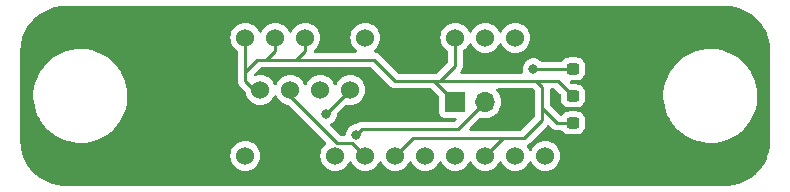
<source format=gbr>
%TF.GenerationSoftware,KiCad,Pcbnew,7.0.7*%
%TF.CreationDate,2023-10-30T23:16:01-05:00*%
%TF.ProjectId,CCD_Breakout,4343445f-4272-4656-916b-6f75742e6b69,rev?*%
%TF.SameCoordinates,Original*%
%TF.FileFunction,Copper,L2,Bot*%
%TF.FilePolarity,Positive*%
%FSLAX46Y46*%
G04 Gerber Fmt 4.6, Leading zero omitted, Abs format (unit mm)*
G04 Created by KiCad (PCBNEW 7.0.7) date 2023-10-30 23:16:01*
%MOMM*%
%LPD*%
G01*
G04 APERTURE LIST*
G04 Aperture macros list*
%AMRoundRect*
0 Rectangle with rounded corners*
0 $1 Rounding radius*
0 $2 $3 $4 $5 $6 $7 $8 $9 X,Y pos of 4 corners*
0 Add a 4 corners polygon primitive as box body*
4,1,4,$2,$3,$4,$5,$6,$7,$8,$9,$2,$3,0*
0 Add four circle primitives for the rounded corners*
1,1,$1+$1,$2,$3*
1,1,$1+$1,$4,$5*
1,1,$1+$1,$6,$7*
1,1,$1+$1,$8,$9*
0 Add four rect primitives between the rounded corners*
20,1,$1+$1,$2,$3,$4,$5,0*
20,1,$1+$1,$4,$5,$6,$7,0*
20,1,$1+$1,$6,$7,$8,$9,0*
20,1,$1+$1,$8,$9,$2,$3,0*%
G04 Aperture macros list end*
%TA.AperFunction,ComponentPad*%
%ADD10C,1.524000*%
%TD*%
%TA.AperFunction,SMDPad,CuDef*%
%ADD11RoundRect,0.237500X0.300000X0.237500X-0.300000X0.237500X-0.300000X-0.237500X0.300000X-0.237500X0*%
%TD*%
%TA.AperFunction,ComponentPad*%
%ADD12R,1.700000X1.700000*%
%TD*%
%TA.AperFunction,ComponentPad*%
%ADD13O,1.700000X1.700000*%
%TD*%
%TA.AperFunction,ViaPad*%
%ADD14C,0.800000*%
%TD*%
%TA.AperFunction,Conductor*%
%ADD15C,0.254000*%
%TD*%
G04 APERTURE END LIST*
D10*
%TO.P,U1,1,Vout*%
%TO.N,Vout*%
X55626000Y-32004000D03*
%TO.P,U1,2,GND*%
%TO.N,GND*%
X58166000Y-32004000D03*
%TO.P,U1,3,GND*%
X60706000Y-32004000D03*
%TO.P,U1,4,SHSW*%
%TO.N,SHSW*%
X63246000Y-32004000D03*
%TO.P,U1,5,\u00F8CLK*%
%TO.N,\u00F8CLK*%
X65786000Y-32004000D03*
%TO.P,U1,6,VDD*%
%TO.N,+5V*%
X68326000Y-32004000D03*
%TO.P,U1,7,NC*%
%TO.N,unconnected-(U1-NC-Pad7)*%
X70866000Y-32004000D03*
%TO.P,U1,8,NC*%
%TO.N,unconnected-(U1-NC-Pad8)*%
X73406000Y-32004000D03*
%TO.P,U1,9,VDD*%
%TO.N,+5V*%
X75946000Y-32004000D03*
%TO.P,U1,10,NC*%
%TO.N,unconnected-(U1-NC-Pad10)*%
X78486000Y-32004000D03*
%TO.P,U1,11,\u00F8ROG*%
%TO.N,\u00F8ROG*%
X81026000Y-32004000D03*
%TO.P,U1,12,GND*%
%TO.N,GND*%
X81026000Y-22004000D03*
%TO.P,U1,13,NC*%
%TO.N,unconnected-(U1-NC-Pad13)*%
X78486000Y-22004000D03*
%TO.P,U1,14,NC*%
%TO.N,unconnected-(U1-NC-Pad14)*%
X75946000Y-22004000D03*
%TO.P,U1,15,VDD*%
%TO.N,+5V*%
X73406000Y-22004000D03*
%TO.P,U1,16,GND*%
%TO.N,GND*%
X70866000Y-22004000D03*
%TO.P,U1,17,GND*%
X68326000Y-22004000D03*
%TO.P,U1,18,VGG*%
%TO.N,Net-(U1-VGG)*%
X65786000Y-22004000D03*
%TO.P,U1,19,GND*%
%TO.N,GND*%
X63246000Y-22004000D03*
%TO.P,U1,20,VDD*%
%TO.N,+5V*%
X60706000Y-22004000D03*
%TO.P,U1,21,VDD*%
X58166000Y-22004000D03*
%TO.P,U1,22,VDD*%
X55626000Y-22004000D03*
%TD*%
D11*
%TO.P,C3,1*%
%TO.N,GND*%
X85090000Y-26924000D03*
%TO.P,C3,2*%
%TO.N,+5V*%
X83365000Y-26924000D03*
%TD*%
%TO.P,C2,1*%
%TO.N,GND*%
X85090000Y-29210000D03*
%TO.P,C2,2*%
%TO.N,+5V*%
X83365000Y-29210000D03*
%TD*%
D10*
%TO.P,Conn1,1*%
%TO.N,+5V*%
X56896000Y-26416000D03*
%TO.P,Conn1,2*%
%TO.N,\u00F8CLK*%
X59436000Y-26416000D03*
%TO.P,Conn1,3*%
%TO.N,\u00F8ROG*%
X61976000Y-26416000D03*
%TO.P,Conn1,4*%
%TO.N,Vout*%
X64516000Y-26416000D03*
%TO.P,Conn1,5*%
%TO.N,GND*%
X67056000Y-26416000D03*
%TD*%
D11*
%TO.P,C1,1*%
%TO.N,GND*%
X85090000Y-24638000D03*
%TO.P,C1,2*%
%TO.N,Net-(U1-VGG)*%
X83365000Y-24638000D03*
%TD*%
D12*
%TO.P,J1,1,Pin_1*%
%TO.N,+5V*%
X73406000Y-27432000D03*
D13*
%TO.P,J1,2,Pin_2*%
%TO.N,SHSW*%
X75946000Y-27432000D03*
%TO.P,J1,3,Pin_3*%
%TO.N,GND*%
X78486000Y-27432000D03*
%TD*%
D14*
%TO.N,Net-(U1-VGG)*%
X80010000Y-24638000D03*
%TO.N,SHSW*%
X65024000Y-30226000D03*
%TO.N,Vout*%
X62484000Y-28448000D03*
%TD*%
D15*
%TO.N,Net-(U1-VGG)*%
X83365000Y-24638000D02*
X80010000Y-24638000D01*
%TO.N,+5V*%
X80772000Y-26162000D02*
X80772000Y-27940000D01*
X80772000Y-27940000D02*
X80772000Y-28956000D01*
X80264000Y-25654000D02*
X80772000Y-26162000D01*
X58166000Y-22004000D02*
X58166000Y-23114000D01*
X75946000Y-32004000D02*
X77470000Y-30480000D01*
X57404000Y-23876000D02*
X59944000Y-23876000D01*
X60706000Y-23114000D02*
X59944000Y-23876000D01*
X73406000Y-27432000D02*
X71628000Y-25654000D01*
X80264000Y-25654000D02*
X82095000Y-25654000D01*
X77470000Y-30480000D02*
X69850000Y-30480000D01*
X79248000Y-30480000D02*
X77470000Y-30480000D01*
X55626000Y-24892000D02*
X56642000Y-23876000D01*
X73406000Y-24384000D02*
X72136000Y-25654000D01*
X82095000Y-25654000D02*
X83365000Y-26924000D01*
X80772000Y-28956000D02*
X79248000Y-30480000D01*
X82042000Y-29210000D02*
X83365000Y-29210000D01*
X68326000Y-25654000D02*
X71628000Y-25654000D01*
X56642000Y-23876000D02*
X57404000Y-23876000D01*
X58166000Y-23114000D02*
X57404000Y-23876000D01*
X55626000Y-24892000D02*
X55626000Y-25654000D01*
X80772000Y-27940000D02*
X82042000Y-29210000D01*
X55626000Y-22004000D02*
X55626000Y-24892000D01*
X66548000Y-23876000D02*
X68326000Y-25654000D01*
X73406000Y-22004000D02*
X73406000Y-24384000D01*
X69850000Y-30480000D02*
X68326000Y-32004000D01*
X60706000Y-22004000D02*
X60706000Y-23114000D01*
X55626000Y-25654000D02*
X56896000Y-26924000D01*
X59944000Y-23876000D02*
X66548000Y-23876000D01*
X72136000Y-25654000D02*
X80264000Y-25654000D01*
X71628000Y-25654000D02*
X72136000Y-25654000D01*
%TO.N,SHSW*%
X65024000Y-30226000D02*
X65532000Y-29718000D01*
X73660000Y-29718000D02*
X75946000Y-27432000D01*
X65532000Y-29718000D02*
X73660000Y-29718000D01*
%TO.N,Vout*%
X62484000Y-28448000D02*
X64516000Y-26416000D01*
%TO.N,\u00F8CLK*%
X63429000Y-30917000D02*
X64699000Y-30917000D01*
X64699000Y-30917000D02*
X65786000Y-32004000D01*
X59436000Y-26924000D02*
X63429000Y-30917000D01*
%TD*%
%TA.AperFunction,Conductor*%
%TO.N,GND*%
G36*
X57336681Y-24505227D02*
G01*
X57336708Y-24504946D01*
X57344475Y-24505680D01*
X57344476Y-24505679D01*
X57344477Y-24505680D01*
X57413860Y-24503500D01*
X59861033Y-24503500D01*
X59876681Y-24505227D01*
X59876708Y-24504946D01*
X59884475Y-24505680D01*
X59884476Y-24505679D01*
X59884477Y-24505680D01*
X59953860Y-24503500D01*
X66236719Y-24503500D01*
X66303758Y-24523185D01*
X66324400Y-24539819D01*
X67823624Y-26039043D01*
X67833471Y-26051333D01*
X67833689Y-26051154D01*
X67838657Y-26057160D01*
X67889257Y-26104677D01*
X67910201Y-26125620D01*
X67910207Y-26125626D01*
X67915697Y-26129883D01*
X67920148Y-26133684D01*
X67954235Y-26165695D01*
X67954237Y-26165696D01*
X67971867Y-26175387D01*
X67988135Y-26186072D01*
X68004038Y-26198408D01*
X68046945Y-26216975D01*
X68052181Y-26219539D01*
X68076867Y-26233111D01*
X68093158Y-26242068D01*
X68093160Y-26242069D01*
X68093166Y-26242072D01*
X68112240Y-26246969D01*
X68112660Y-26247077D01*
X68131064Y-26253377D01*
X68149542Y-26261374D01*
X68193038Y-26268262D01*
X68195724Y-26268688D01*
X68201429Y-26269869D01*
X68246728Y-26281500D01*
X68266858Y-26281500D01*
X68286257Y-26283027D01*
X68306133Y-26286175D01*
X68348779Y-26282143D01*
X68352679Y-26281775D01*
X68358517Y-26281500D01*
X71316719Y-26281500D01*
X71383758Y-26301185D01*
X71404400Y-26317819D01*
X72019181Y-26932600D01*
X72052666Y-26993923D01*
X72055500Y-27020281D01*
X72055500Y-28329870D01*
X72055501Y-28329876D01*
X72061908Y-28389483D01*
X72112202Y-28524328D01*
X72112206Y-28524335D01*
X72198452Y-28639544D01*
X72198455Y-28639547D01*
X72313664Y-28725793D01*
X72313671Y-28725797D01*
X72448517Y-28776091D01*
X72448516Y-28776091D01*
X72455444Y-28776835D01*
X72508127Y-28782500D01*
X73408719Y-28782499D01*
X73475758Y-28802183D01*
X73521513Y-28854987D01*
X73531457Y-28924146D01*
X73502432Y-28987702D01*
X73496405Y-28994175D01*
X73436398Y-29054182D01*
X73375078Y-29087666D01*
X73348719Y-29090500D01*
X65614966Y-29090500D01*
X65599318Y-29088772D01*
X65599292Y-29089054D01*
X65591524Y-29088319D01*
X65522154Y-29090500D01*
X65492521Y-29090500D01*
X65485607Y-29091373D01*
X65479790Y-29091830D01*
X65433058Y-29093299D01*
X65433054Y-29093300D01*
X65413722Y-29098916D01*
X65394682Y-29102859D01*
X65374708Y-29105383D01*
X65374701Y-29105385D01*
X65331239Y-29122592D01*
X65325712Y-29124485D01*
X65280809Y-29137531D01*
X65280808Y-29137531D01*
X65263474Y-29147782D01*
X65246012Y-29156336D01*
X65227300Y-29163745D01*
X65227295Y-29163748D01*
X65189473Y-29191226D01*
X65184591Y-29194433D01*
X65144341Y-29218238D01*
X65130107Y-29232472D01*
X65115318Y-29245104D01*
X65099031Y-29256937D01*
X65099031Y-29256938D01*
X65079505Y-29280541D01*
X65021605Y-29319648D01*
X64983962Y-29325500D01*
X64929354Y-29325500D01*
X64896897Y-29332398D01*
X64744197Y-29364855D01*
X64744192Y-29364857D01*
X64571270Y-29441848D01*
X64571265Y-29441851D01*
X64418129Y-29553111D01*
X64291466Y-29693785D01*
X64196821Y-29857715D01*
X64196818Y-29857722D01*
X64138327Y-30037740D01*
X64138326Y-30037744D01*
X64123536Y-30178462D01*
X64096953Y-30243076D01*
X64039655Y-30283061D01*
X64000216Y-30289500D01*
X63740281Y-30289500D01*
X63673242Y-30269815D01*
X63652600Y-30253181D01*
X62853156Y-29453737D01*
X62819671Y-29392414D01*
X62824655Y-29322722D01*
X62866527Y-29266789D01*
X62890393Y-29252781D01*
X62936730Y-29232151D01*
X63089871Y-29120888D01*
X63216533Y-28980216D01*
X63311179Y-28816284D01*
X63369674Y-28636256D01*
X63386989Y-28471505D01*
X63413572Y-28406894D01*
X63422619Y-28396798D01*
X64134435Y-27684982D01*
X64195756Y-27651499D01*
X64254207Y-27652890D01*
X64269635Y-27657023D01*
X64295932Y-27664070D01*
X64453123Y-27677822D01*
X64515998Y-27683323D01*
X64516000Y-27683323D01*
X64516002Y-27683323D01*
X64571017Y-27678509D01*
X64736068Y-27664070D01*
X64949450Y-27606894D01*
X65149662Y-27513534D01*
X65330620Y-27386826D01*
X65486826Y-27230620D01*
X65613534Y-27049662D01*
X65706894Y-26849450D01*
X65764070Y-26636068D01*
X65781936Y-26431858D01*
X65783323Y-26416002D01*
X65783323Y-26415997D01*
X65771965Y-26286174D01*
X65764070Y-26195932D01*
X65706894Y-25982550D01*
X65613534Y-25782339D01*
X65495533Y-25613815D01*
X65486827Y-25601381D01*
X65434352Y-25548906D01*
X65330620Y-25445174D01*
X65330616Y-25445171D01*
X65330615Y-25445170D01*
X65149666Y-25318468D01*
X65149662Y-25318466D01*
X65083542Y-25287634D01*
X64949450Y-25225106D01*
X64949447Y-25225105D01*
X64949445Y-25225104D01*
X64736070Y-25167930D01*
X64736062Y-25167929D01*
X64516002Y-25148677D01*
X64515998Y-25148677D01*
X64295937Y-25167929D01*
X64295929Y-25167930D01*
X64082554Y-25225104D01*
X64082548Y-25225107D01*
X63882340Y-25318465D01*
X63882338Y-25318466D01*
X63701377Y-25445175D01*
X63545175Y-25601377D01*
X63418466Y-25782338D01*
X63418465Y-25782340D01*
X63358382Y-25911189D01*
X63312209Y-25963628D01*
X63245016Y-25982780D01*
X63178135Y-25962564D01*
X63133618Y-25911189D01*
X63087035Y-25811293D01*
X63073534Y-25782339D01*
X62955533Y-25613815D01*
X62946827Y-25601381D01*
X62894352Y-25548906D01*
X62790620Y-25445174D01*
X62790616Y-25445171D01*
X62790615Y-25445170D01*
X62609666Y-25318468D01*
X62609662Y-25318466D01*
X62543542Y-25287634D01*
X62409450Y-25225106D01*
X62409447Y-25225105D01*
X62409445Y-25225104D01*
X62196070Y-25167930D01*
X62196062Y-25167929D01*
X61976002Y-25148677D01*
X61975998Y-25148677D01*
X61755937Y-25167929D01*
X61755929Y-25167930D01*
X61542554Y-25225104D01*
X61542548Y-25225107D01*
X61342340Y-25318465D01*
X61342338Y-25318466D01*
X61161377Y-25445175D01*
X61005175Y-25601377D01*
X60878466Y-25782338D01*
X60878465Y-25782340D01*
X60818382Y-25911189D01*
X60772209Y-25963628D01*
X60705016Y-25982780D01*
X60638135Y-25962564D01*
X60593618Y-25911189D01*
X60547035Y-25811293D01*
X60533534Y-25782339D01*
X60415533Y-25613815D01*
X60406827Y-25601381D01*
X60354352Y-25548906D01*
X60250620Y-25445174D01*
X60250616Y-25445171D01*
X60250615Y-25445170D01*
X60069666Y-25318468D01*
X60069662Y-25318466D01*
X60003542Y-25287634D01*
X59869450Y-25225106D01*
X59869447Y-25225105D01*
X59869445Y-25225104D01*
X59656070Y-25167930D01*
X59656062Y-25167929D01*
X59436002Y-25148677D01*
X59435998Y-25148677D01*
X59215937Y-25167929D01*
X59215929Y-25167930D01*
X59002554Y-25225104D01*
X59002548Y-25225107D01*
X58802340Y-25318465D01*
X58802338Y-25318466D01*
X58621377Y-25445175D01*
X58465175Y-25601377D01*
X58338466Y-25782338D01*
X58338465Y-25782340D01*
X58278382Y-25911189D01*
X58232209Y-25963628D01*
X58165016Y-25982780D01*
X58098135Y-25962564D01*
X58053618Y-25911189D01*
X58007035Y-25811293D01*
X57993534Y-25782339D01*
X57875533Y-25613815D01*
X57866827Y-25601381D01*
X57814352Y-25548906D01*
X57710620Y-25445174D01*
X57710616Y-25445171D01*
X57710615Y-25445170D01*
X57529666Y-25318468D01*
X57529662Y-25318466D01*
X57463542Y-25287634D01*
X57329450Y-25225106D01*
X57329447Y-25225105D01*
X57329445Y-25225104D01*
X57116070Y-25167930D01*
X57116062Y-25167929D01*
X56896002Y-25148677D01*
X56895998Y-25148677D01*
X56675937Y-25167929D01*
X56675926Y-25167931D01*
X56524012Y-25208636D01*
X56454162Y-25206973D01*
X56396300Y-25167810D01*
X56368796Y-25103581D01*
X56380383Y-25034679D01*
X56404235Y-25001183D01*
X56865599Y-24539818D01*
X56926923Y-24506334D01*
X56953281Y-24503500D01*
X57321033Y-24503500D01*
X57336681Y-24505227D01*
G37*
%TD.AperFunction*%
%TA.AperFunction,Conductor*%
G36*
X80019757Y-26301185D02*
G01*
X80040399Y-26317818D01*
X80108181Y-26385599D01*
X80141666Y-26446922D01*
X80144500Y-26473281D01*
X80144500Y-27857032D01*
X80142772Y-27872681D01*
X80143054Y-27872708D01*
X80142319Y-27880475D01*
X80144500Y-27949859D01*
X80144500Y-28644719D01*
X80124815Y-28711758D01*
X80108181Y-28732400D01*
X79024400Y-29816181D01*
X78963077Y-29849666D01*
X78936719Y-29852500D01*
X77552965Y-29852500D01*
X77537314Y-29850772D01*
X77537288Y-29851054D01*
X77529525Y-29850319D01*
X77460154Y-29852500D01*
X74712281Y-29852500D01*
X74645242Y-29832815D01*
X74599487Y-29780011D01*
X74589543Y-29710853D01*
X74618568Y-29647297D01*
X74624600Y-29640819D01*
X74841322Y-29424097D01*
X75492584Y-28772833D01*
X75553905Y-28739350D01*
X75612356Y-28740741D01*
X75654107Y-28751928D01*
X75710592Y-28767063D01*
X75887034Y-28782500D01*
X75945999Y-28787659D01*
X75946000Y-28787659D01*
X75946001Y-28787659D01*
X76004966Y-28782500D01*
X76181408Y-28767063D01*
X76409663Y-28705903D01*
X76623830Y-28606035D01*
X76817401Y-28470495D01*
X76984495Y-28303401D01*
X77120035Y-28109830D01*
X77219903Y-27895663D01*
X77281063Y-27667408D01*
X77301659Y-27432000D01*
X77300497Y-27418724D01*
X77297539Y-27384918D01*
X77281063Y-27196592D01*
X77219903Y-26968337D01*
X77120035Y-26754171D01*
X77114974Y-26746942D01*
X76984494Y-26560597D01*
X76917078Y-26493181D01*
X76883593Y-26431858D01*
X76888577Y-26362166D01*
X76930449Y-26306233D01*
X76995913Y-26281816D01*
X77004759Y-26281500D01*
X79952718Y-26281500D01*
X80019757Y-26301185D01*
G37*
%TD.AperFunction*%
%TA.AperFunction,Conductor*%
G36*
X96214139Y-19304501D02*
G01*
X96264470Y-19304501D01*
X96267512Y-19304576D01*
X96357439Y-19308993D01*
X96418505Y-19311993D01*
X96644018Y-19323811D01*
X96649836Y-19324393D01*
X96829435Y-19351034D01*
X97026128Y-19382187D01*
X97031436Y-19383269D01*
X97212900Y-19428724D01*
X97354614Y-19466697D01*
X97400274Y-19478932D01*
X97405116Y-19480444D01*
X97405122Y-19480446D01*
X97583454Y-19544254D01*
X97762735Y-19613074D01*
X97767000Y-19614899D01*
X97767011Y-19614904D01*
X97939387Y-19696432D01*
X98109704Y-19783213D01*
X98113404Y-19785261D01*
X98207542Y-19841685D01*
X98277693Y-19883732D01*
X98437633Y-19987598D01*
X98440799Y-19989797D01*
X98595089Y-20104226D01*
X98595103Y-20104237D01*
X98743227Y-20224185D01*
X98745832Y-20226418D01*
X98887294Y-20354631D01*
X98889498Y-20356730D01*
X99023268Y-20490500D01*
X99025367Y-20492704D01*
X99153580Y-20634166D01*
X99155819Y-20636778D01*
X99185438Y-20673355D01*
X99275773Y-20784910D01*
X99390201Y-20939199D01*
X99392400Y-20942365D01*
X99496267Y-21102306D01*
X99594728Y-21266578D01*
X99596792Y-21270306D01*
X99683566Y-21440610D01*
X99765096Y-21612991D01*
X99766932Y-21617282D01*
X99835755Y-21796572D01*
X99899554Y-21974882D01*
X99901066Y-21979724D01*
X99951282Y-22167126D01*
X99996722Y-22348532D01*
X99997817Y-22353900D01*
X100028965Y-22550561D01*
X100055602Y-22730141D01*
X100056188Y-22735996D01*
X100068007Y-22961511D01*
X100075424Y-23112488D01*
X100075499Y-23115531D01*
X100075499Y-30732468D01*
X100075424Y-30735511D01*
X100068007Y-30886488D01*
X100056188Y-31112002D01*
X100055602Y-31117857D01*
X100028965Y-31297438D01*
X99997817Y-31494098D01*
X99996722Y-31499466D01*
X99951282Y-31680873D01*
X99901066Y-31868274D01*
X99899554Y-31873116D01*
X99835755Y-32051427D01*
X99766931Y-32230716D01*
X99765096Y-32235006D01*
X99683566Y-32407389D01*
X99596791Y-32577692D01*
X99594728Y-32581420D01*
X99496267Y-32745693D01*
X99392400Y-32905633D01*
X99390201Y-32908799D01*
X99275773Y-33063089D01*
X99155825Y-33211213D01*
X99153580Y-33213832D01*
X99025367Y-33355294D01*
X99023268Y-33357498D01*
X98889498Y-33491268D01*
X98887294Y-33493367D01*
X98745832Y-33621580D01*
X98743213Y-33623825D01*
X98595089Y-33743773D01*
X98440799Y-33858201D01*
X98437633Y-33860400D01*
X98277693Y-33964267D01*
X98113420Y-34062728D01*
X98109692Y-34064791D01*
X97939389Y-34151566D01*
X97767006Y-34233096D01*
X97762716Y-34234931D01*
X97583427Y-34303755D01*
X97405116Y-34367554D01*
X97400274Y-34369066D01*
X97212873Y-34419282D01*
X97031466Y-34464722D01*
X97026098Y-34465817D01*
X96829438Y-34496965D01*
X96649857Y-34523602D01*
X96644002Y-34524188D01*
X96418488Y-34536007D01*
X96267512Y-34543424D01*
X96264469Y-34543499D01*
X40387531Y-34543499D01*
X40384488Y-34543424D01*
X40233511Y-34536007D01*
X40007996Y-34524188D01*
X40002141Y-34523602D01*
X39822561Y-34496965D01*
X39625900Y-34465817D01*
X39620532Y-34464722D01*
X39439126Y-34419282D01*
X39251724Y-34369066D01*
X39246882Y-34367554D01*
X39068572Y-34303755D01*
X38889282Y-34234932D01*
X38884991Y-34233096D01*
X38712610Y-34151566D01*
X38542306Y-34064792D01*
X38538578Y-34062728D01*
X38374306Y-33964267D01*
X38214365Y-33860400D01*
X38211199Y-33858201D01*
X38056910Y-33743773D01*
X37908785Y-33623825D01*
X37906166Y-33621580D01*
X37764704Y-33493367D01*
X37762500Y-33491268D01*
X37628730Y-33357498D01*
X37626631Y-33355294D01*
X37498418Y-33213832D01*
X37496185Y-33211227D01*
X37407355Y-33101531D01*
X37376226Y-33063089D01*
X37261797Y-32908799D01*
X37259598Y-32905633D01*
X37155732Y-32745693D01*
X37140413Y-32720135D01*
X37057261Y-32581404D01*
X37055213Y-32577704D01*
X36968433Y-32407389D01*
X36886902Y-32235007D01*
X36885074Y-32230735D01*
X36816244Y-32051427D01*
X36799275Y-32004002D01*
X54358677Y-32004002D01*
X54377929Y-32224062D01*
X54377930Y-32224070D01*
X54435104Y-32437445D01*
X54435105Y-32437447D01*
X54435106Y-32437450D01*
X54500502Y-32577692D01*
X54528466Y-32637662D01*
X54528468Y-32637666D01*
X54655170Y-32818615D01*
X54655175Y-32818621D01*
X54811378Y-32974824D01*
X54811384Y-32974829D01*
X54992333Y-33101531D01*
X54992335Y-33101532D01*
X54992338Y-33101534D01*
X55192550Y-33194894D01*
X55405932Y-33252070D01*
X55563123Y-33265822D01*
X55625998Y-33271323D01*
X55626000Y-33271323D01*
X55626002Y-33271323D01*
X55681016Y-33266509D01*
X55846068Y-33252070D01*
X56059450Y-33194894D01*
X56259662Y-33101534D01*
X56440620Y-32974826D01*
X56596826Y-32818620D01*
X56723534Y-32637662D01*
X56816894Y-32437450D01*
X56874070Y-32224068D01*
X56889175Y-32051415D01*
X56893323Y-32004002D01*
X56893323Y-32003997D01*
X56874070Y-31783937D01*
X56874070Y-31783932D01*
X56816894Y-31570550D01*
X56723534Y-31370339D01*
X56638675Y-31249147D01*
X56596827Y-31189381D01*
X56519448Y-31112002D01*
X56440620Y-31033174D01*
X56440616Y-31033171D01*
X56440615Y-31033170D01*
X56259666Y-30906468D01*
X56259662Y-30906466D01*
X56216557Y-30886366D01*
X56059450Y-30813106D01*
X56059447Y-30813105D01*
X56059445Y-30813104D01*
X55846070Y-30755930D01*
X55846062Y-30755929D01*
X55626002Y-30736677D01*
X55625998Y-30736677D01*
X55405937Y-30755929D01*
X55405929Y-30755930D01*
X55192554Y-30813104D01*
X55192548Y-30813107D01*
X54992340Y-30906465D01*
X54992338Y-30906466D01*
X54811377Y-31033175D01*
X54655175Y-31189377D01*
X54528466Y-31370338D01*
X54528465Y-31370340D01*
X54435107Y-31570548D01*
X54435104Y-31570554D01*
X54377930Y-31783929D01*
X54377929Y-31783937D01*
X54358677Y-32003997D01*
X54358677Y-32004002D01*
X36799275Y-32004002D01*
X36752444Y-31873116D01*
X36750932Y-31868274D01*
X36738697Y-31822614D01*
X36700724Y-31680900D01*
X36655269Y-31499436D01*
X36654187Y-31494128D01*
X36623034Y-31297435D01*
X36596393Y-31117836D01*
X36595811Y-31112018D01*
X36583986Y-30886366D01*
X36583814Y-30882875D01*
X36576574Y-30735497D01*
X36576500Y-30732510D01*
X36576500Y-27023187D01*
X37678590Y-27023187D01*
X37708230Y-27418711D01*
X37708231Y-27418724D01*
X37777108Y-27809339D01*
X37884530Y-28191137D01*
X37884534Y-28191151D01*
X38029435Y-28560353D01*
X38029440Y-28560365D01*
X38210386Y-28913314D01*
X38210397Y-28913333D01*
X38216850Y-28923324D01*
X38425586Y-29246509D01*
X38670093Y-29553112D01*
X38672895Y-29556625D01*
X38949823Y-29840544D01*
X38949833Y-29840554D01*
X39253676Y-30095508D01*
X39581394Y-30318942D01*
X39929730Y-30508636D01*
X40295223Y-30662704D01*
X40295232Y-30662706D01*
X40295238Y-30662709D01*
X40674235Y-30779614D01*
X40674248Y-30779617D01*
X41062999Y-30858205D01*
X41063014Y-30858208D01*
X41401300Y-30892058D01*
X41457680Y-30897700D01*
X41457681Y-30897700D01*
X41755103Y-30897700D01*
X41982197Y-30886366D01*
X42052145Y-30882875D01*
X42444353Y-30823759D01*
X42828726Y-30725886D01*
X43201445Y-30590228D01*
X43558803Y-30418133D01*
X43565148Y-30414256D01*
X43897246Y-30211315D01*
X43897245Y-30211315D01*
X43897251Y-30211312D01*
X44213424Y-29971820D01*
X44504181Y-29702037D01*
X44766631Y-29404645D01*
X44998166Y-29082600D01*
X45196485Y-28739101D01*
X45359617Y-28377563D01*
X45485941Y-28001578D01*
X45574201Y-27614885D01*
X45623521Y-27221325D01*
X45628462Y-27023173D01*
X45633409Y-26824826D01*
X45633409Y-26824810D01*
X45626836Y-26737100D01*
X45603769Y-26429280D01*
X45534893Y-26038668D01*
X45527697Y-26013093D01*
X45454502Y-25752942D01*
X45427467Y-25656854D01*
X45420158Y-25638232D01*
X45282564Y-25287646D01*
X45282559Y-25287634D01*
X45221191Y-25167931D01*
X45101609Y-24934677D01*
X44886414Y-24601491D01*
X44639114Y-24291386D01*
X44639111Y-24291383D01*
X44639104Y-24291374D01*
X44362176Y-24007455D01*
X44362173Y-24007452D01*
X44362172Y-24007451D01*
X44362167Y-24007446D01*
X44058324Y-23752492D01*
X43926330Y-23662500D01*
X43730605Y-23529057D01*
X43614494Y-23465826D01*
X43382270Y-23339364D01*
X43382262Y-23339360D01*
X43382259Y-23339359D01*
X43016777Y-23185296D01*
X43016761Y-23185290D01*
X42637764Y-23068385D01*
X42637751Y-23068382D01*
X42249000Y-22989794D01*
X42248979Y-22989791D01*
X41854320Y-22950300D01*
X41854319Y-22950300D01*
X41556899Y-22950300D01*
X41556897Y-22950300D01*
X41259855Y-22965124D01*
X40867647Y-23024241D01*
X40483272Y-23122114D01*
X40110549Y-23257774D01*
X39753191Y-23429869D01*
X39414753Y-23636684D01*
X39414742Y-23636692D01*
X39098575Y-23876180D01*
X39098572Y-23876182D01*
X38807813Y-24145968D01*
X38545365Y-24443359D01*
X38313839Y-24765393D01*
X38313826Y-24765413D01*
X38115516Y-25108896D01*
X37952382Y-25470437D01*
X37826059Y-25846419D01*
X37737799Y-26233111D01*
X37688478Y-26626681D01*
X37678590Y-27023173D01*
X37678590Y-27023187D01*
X36576500Y-27023187D01*
X36576500Y-23115526D01*
X36576575Y-23112485D01*
X36583985Y-22961636D01*
X36591480Y-22818621D01*
X36595812Y-22735960D01*
X36596392Y-22730162D01*
X36623020Y-22550647D01*
X36637784Y-22457435D01*
X36654190Y-22353852D01*
X36655269Y-22348559D01*
X36700717Y-22167126D01*
X36744426Y-22004002D01*
X54358677Y-22004002D01*
X54377929Y-22224062D01*
X54377930Y-22224070D01*
X54435104Y-22437445D01*
X54435105Y-22437447D01*
X54435106Y-22437450D01*
X54489552Y-22554210D01*
X54528466Y-22637662D01*
X54528468Y-22637666D01*
X54600547Y-22740605D01*
X54655174Y-22818620D01*
X54811380Y-22974826D01*
X54811382Y-22974827D01*
X54811384Y-22974829D01*
X54836988Y-22992757D01*
X54945624Y-23068824D01*
X54989248Y-23123399D01*
X54998500Y-23170398D01*
X54998500Y-24832858D01*
X54996973Y-24852257D01*
X54993951Y-24871340D01*
X54993825Y-24872133D01*
X54998225Y-24918677D01*
X54998500Y-24924515D01*
X54998500Y-25571032D01*
X54996772Y-25586681D01*
X54997054Y-25586708D01*
X54996319Y-25594475D01*
X54998500Y-25663859D01*
X54998500Y-25693477D01*
X54999371Y-25700380D01*
X54999829Y-25706199D01*
X55001298Y-25752942D01*
X55006916Y-25772275D01*
X55010862Y-25791329D01*
X55013383Y-25811287D01*
X55013386Y-25811299D01*
X55030595Y-25854765D01*
X55032487Y-25860293D01*
X55045530Y-25905187D01*
X55045530Y-25905188D01*
X55055777Y-25922515D01*
X55064335Y-25939985D01*
X55071745Y-25958701D01*
X55099229Y-25996529D01*
X55102437Y-26001413D01*
X55126234Y-26041652D01*
X55126240Y-26041660D01*
X55140469Y-26055888D01*
X55153109Y-26070687D01*
X55164934Y-26086964D01*
X55164936Y-26086965D01*
X55164937Y-26086967D01*
X55185117Y-26103661D01*
X55200957Y-26116765D01*
X55205268Y-26120687D01*
X55423042Y-26338461D01*
X55609044Y-26524463D01*
X55642529Y-26585786D01*
X55644891Y-26601335D01*
X55647929Y-26636063D01*
X55647930Y-26636070D01*
X55705104Y-26849445D01*
X55705105Y-26849447D01*
X55705106Y-26849450D01*
X55786114Y-27023173D01*
X55798466Y-27049662D01*
X55798468Y-27049666D01*
X55925170Y-27230615D01*
X55925175Y-27230621D01*
X56081378Y-27386824D01*
X56081384Y-27386829D01*
X56262333Y-27513531D01*
X56262335Y-27513532D01*
X56262338Y-27513534D01*
X56462550Y-27606894D01*
X56675932Y-27664070D01*
X56833123Y-27677822D01*
X56895998Y-27683323D01*
X56896000Y-27683323D01*
X56896002Y-27683323D01*
X56951017Y-27678509D01*
X57116068Y-27664070D01*
X57329450Y-27606894D01*
X57529662Y-27513534D01*
X57710620Y-27386826D01*
X57866826Y-27230620D01*
X57993534Y-27049662D01*
X58053617Y-26920811D01*
X58099790Y-26868371D01*
X58166983Y-26849219D01*
X58233865Y-26869435D01*
X58278382Y-26920811D01*
X58338464Y-27049658D01*
X58338468Y-27049666D01*
X58465170Y-27230615D01*
X58465175Y-27230621D01*
X58621378Y-27386824D01*
X58621384Y-27386829D01*
X58802333Y-27513531D01*
X58802335Y-27513532D01*
X58802338Y-27513534D01*
X59002550Y-27606894D01*
X59215932Y-27664070D01*
X59250660Y-27667107D01*
X59315727Y-27692557D01*
X59327535Y-27702954D01*
X62460031Y-30835450D01*
X62493516Y-30896773D01*
X62488532Y-30966465D01*
X62446660Y-31022398D01*
X62443475Y-31024705D01*
X62431382Y-31033172D01*
X62275172Y-31189381D01*
X62148466Y-31370338D01*
X62148465Y-31370340D01*
X62055107Y-31570548D01*
X62055104Y-31570554D01*
X61997930Y-31783929D01*
X61997929Y-31783937D01*
X61978677Y-32003997D01*
X61978677Y-32004002D01*
X61997929Y-32224062D01*
X61997930Y-32224070D01*
X62055104Y-32437445D01*
X62055105Y-32437447D01*
X62055106Y-32437450D01*
X62120502Y-32577692D01*
X62148466Y-32637662D01*
X62148468Y-32637666D01*
X62275170Y-32818615D01*
X62275175Y-32818621D01*
X62431378Y-32974824D01*
X62431384Y-32974829D01*
X62612333Y-33101531D01*
X62612335Y-33101532D01*
X62612338Y-33101534D01*
X62812550Y-33194894D01*
X63025932Y-33252070D01*
X63183123Y-33265822D01*
X63245998Y-33271323D01*
X63246000Y-33271323D01*
X63246002Y-33271323D01*
X63301016Y-33266509D01*
X63466068Y-33252070D01*
X63679450Y-33194894D01*
X63879662Y-33101534D01*
X64060620Y-32974826D01*
X64216826Y-32818620D01*
X64343534Y-32637662D01*
X64403617Y-32508811D01*
X64449790Y-32456371D01*
X64516983Y-32437219D01*
X64583865Y-32457435D01*
X64628382Y-32508811D01*
X64688464Y-32637658D01*
X64688468Y-32637666D01*
X64815170Y-32818615D01*
X64815175Y-32818621D01*
X64971378Y-32974824D01*
X64971384Y-32974829D01*
X65152333Y-33101531D01*
X65152335Y-33101532D01*
X65152338Y-33101534D01*
X65352550Y-33194894D01*
X65565932Y-33252070D01*
X65723123Y-33265822D01*
X65785998Y-33271323D01*
X65786000Y-33271323D01*
X65786002Y-33271323D01*
X65841016Y-33266509D01*
X66006068Y-33252070D01*
X66219450Y-33194894D01*
X66419662Y-33101534D01*
X66600620Y-32974826D01*
X66756826Y-32818620D01*
X66883534Y-32637662D01*
X66943617Y-32508811D01*
X66989790Y-32456371D01*
X67056983Y-32437219D01*
X67123865Y-32457435D01*
X67168382Y-32508811D01*
X67228464Y-32637658D01*
X67228468Y-32637666D01*
X67355170Y-32818615D01*
X67355175Y-32818621D01*
X67511378Y-32974824D01*
X67511384Y-32974829D01*
X67692333Y-33101531D01*
X67692335Y-33101532D01*
X67692338Y-33101534D01*
X67892550Y-33194894D01*
X68105932Y-33252070D01*
X68263123Y-33265822D01*
X68325998Y-33271323D01*
X68326000Y-33271323D01*
X68326002Y-33271323D01*
X68381016Y-33266509D01*
X68546068Y-33252070D01*
X68759450Y-33194894D01*
X68959662Y-33101534D01*
X69140620Y-32974826D01*
X69296826Y-32818620D01*
X69423534Y-32637662D01*
X69483617Y-32508811D01*
X69529790Y-32456371D01*
X69596983Y-32437219D01*
X69663865Y-32457435D01*
X69708382Y-32508811D01*
X69768464Y-32637658D01*
X69768468Y-32637666D01*
X69895170Y-32818615D01*
X69895175Y-32818621D01*
X70051378Y-32974824D01*
X70051384Y-32974829D01*
X70232333Y-33101531D01*
X70232335Y-33101532D01*
X70232338Y-33101534D01*
X70432550Y-33194894D01*
X70645932Y-33252070D01*
X70803123Y-33265822D01*
X70865998Y-33271323D01*
X70866000Y-33271323D01*
X70866002Y-33271323D01*
X70921016Y-33266509D01*
X71086068Y-33252070D01*
X71299450Y-33194894D01*
X71499662Y-33101534D01*
X71680620Y-32974826D01*
X71836826Y-32818620D01*
X71963534Y-32637662D01*
X72023617Y-32508811D01*
X72069790Y-32456371D01*
X72136983Y-32437219D01*
X72203865Y-32457435D01*
X72248382Y-32508811D01*
X72308464Y-32637658D01*
X72308468Y-32637666D01*
X72435170Y-32818615D01*
X72435175Y-32818621D01*
X72591378Y-32974824D01*
X72591384Y-32974829D01*
X72772333Y-33101531D01*
X72772335Y-33101532D01*
X72772338Y-33101534D01*
X72972550Y-33194894D01*
X73185932Y-33252070D01*
X73343123Y-33265822D01*
X73405998Y-33271323D01*
X73406000Y-33271323D01*
X73406002Y-33271323D01*
X73461016Y-33266509D01*
X73626068Y-33252070D01*
X73839450Y-33194894D01*
X74039662Y-33101534D01*
X74220620Y-32974826D01*
X74376826Y-32818620D01*
X74503534Y-32637662D01*
X74563617Y-32508811D01*
X74609790Y-32456371D01*
X74676983Y-32437219D01*
X74743865Y-32457435D01*
X74788382Y-32508811D01*
X74848464Y-32637658D01*
X74848468Y-32637666D01*
X74975170Y-32818615D01*
X74975175Y-32818621D01*
X75131378Y-32974824D01*
X75131384Y-32974829D01*
X75312333Y-33101531D01*
X75312335Y-33101532D01*
X75312338Y-33101534D01*
X75512550Y-33194894D01*
X75725932Y-33252070D01*
X75883123Y-33265822D01*
X75945998Y-33271323D01*
X75946000Y-33271323D01*
X75946002Y-33271323D01*
X76001016Y-33266509D01*
X76166068Y-33252070D01*
X76379450Y-33194894D01*
X76579662Y-33101534D01*
X76760620Y-32974826D01*
X76916826Y-32818620D01*
X77043534Y-32637662D01*
X77103617Y-32508811D01*
X77149790Y-32456371D01*
X77216983Y-32437219D01*
X77283865Y-32457435D01*
X77328382Y-32508811D01*
X77388464Y-32637658D01*
X77388468Y-32637666D01*
X77515170Y-32818615D01*
X77515175Y-32818621D01*
X77671378Y-32974824D01*
X77671384Y-32974829D01*
X77852333Y-33101531D01*
X77852335Y-33101532D01*
X77852338Y-33101534D01*
X78052550Y-33194894D01*
X78265932Y-33252070D01*
X78423123Y-33265822D01*
X78485998Y-33271323D01*
X78486000Y-33271323D01*
X78486002Y-33271323D01*
X78541016Y-33266509D01*
X78706068Y-33252070D01*
X78919450Y-33194894D01*
X79119662Y-33101534D01*
X79300620Y-32974826D01*
X79456826Y-32818620D01*
X79583534Y-32637662D01*
X79643617Y-32508811D01*
X79689790Y-32456371D01*
X79756983Y-32437219D01*
X79823865Y-32457435D01*
X79868382Y-32508811D01*
X79928464Y-32637658D01*
X79928468Y-32637666D01*
X80055170Y-32818615D01*
X80055175Y-32818621D01*
X80211378Y-32974824D01*
X80211384Y-32974829D01*
X80392333Y-33101531D01*
X80392335Y-33101532D01*
X80392338Y-33101534D01*
X80592550Y-33194894D01*
X80805932Y-33252070D01*
X80963123Y-33265822D01*
X81025998Y-33271323D01*
X81026000Y-33271323D01*
X81026002Y-33271323D01*
X81081016Y-33266509D01*
X81246068Y-33252070D01*
X81459450Y-33194894D01*
X81659662Y-33101534D01*
X81840620Y-32974826D01*
X81996826Y-32818620D01*
X82123534Y-32637662D01*
X82216894Y-32437450D01*
X82274070Y-32224068D01*
X82289175Y-32051415D01*
X82293323Y-32004002D01*
X82293323Y-32003997D01*
X82274070Y-31783937D01*
X82274070Y-31783932D01*
X82216894Y-31570550D01*
X82123534Y-31370339D01*
X82038675Y-31249147D01*
X81996827Y-31189381D01*
X81919448Y-31112002D01*
X81840620Y-31033174D01*
X81840616Y-31033171D01*
X81840615Y-31033170D01*
X81659666Y-30906468D01*
X81659662Y-30906466D01*
X81616557Y-30886366D01*
X81459450Y-30813106D01*
X81459447Y-30813105D01*
X81459445Y-30813104D01*
X81246070Y-30755930D01*
X81246062Y-30755929D01*
X81026002Y-30736677D01*
X81025998Y-30736677D01*
X80805937Y-30755929D01*
X80805929Y-30755930D01*
X80592554Y-30813104D01*
X80592548Y-30813107D01*
X80392340Y-30906465D01*
X80392338Y-30906466D01*
X80211377Y-31033175D01*
X80055175Y-31189377D01*
X79928466Y-31370338D01*
X79928465Y-31370340D01*
X79868382Y-31499189D01*
X79822209Y-31551628D01*
X79755016Y-31570780D01*
X79688135Y-31550564D01*
X79643618Y-31499189D01*
X79583534Y-31370340D01*
X79583533Y-31370338D01*
X79536119Y-31302623D01*
X79482648Y-31226258D01*
X79460322Y-31160054D01*
X79477332Y-31092287D01*
X79528280Y-31044474D01*
X79538566Y-31039849D01*
X79552703Y-31034253D01*
X79590542Y-31006759D01*
X79595391Y-31003574D01*
X79635656Y-30979763D01*
X79649897Y-30965520D01*
X79664678Y-30952897D01*
X79680967Y-30941063D01*
X79680969Y-30941059D01*
X79680971Y-30941059D01*
X79697401Y-30921197D01*
X79710776Y-30905028D01*
X79714689Y-30900728D01*
X81157043Y-29458374D01*
X81169325Y-29448537D01*
X81169144Y-29448318D01*
X81175152Y-29443346D01*
X81175162Y-29443340D01*
X81190605Y-29426894D01*
X81250845Y-29391500D01*
X81320659Y-29394292D01*
X81368678Y-29424097D01*
X81539624Y-29595043D01*
X81549471Y-29607333D01*
X81549689Y-29607154D01*
X81554657Y-29613160D01*
X81605257Y-29660677D01*
X81626201Y-29681620D01*
X81626207Y-29681626D01*
X81631697Y-29685883D01*
X81636148Y-29689684D01*
X81670235Y-29721695D01*
X81670237Y-29721696D01*
X81687867Y-29731387D01*
X81704135Y-29742072D01*
X81720038Y-29754408D01*
X81720040Y-29754409D01*
X81720042Y-29754410D01*
X81736457Y-29761513D01*
X81762943Y-29772974D01*
X81768190Y-29775545D01*
X81776314Y-29780011D01*
X81809166Y-29798072D01*
X81828667Y-29803079D01*
X81847061Y-29809376D01*
X81865541Y-29817373D01*
X81911716Y-29824685D01*
X81917419Y-29825866D01*
X81962728Y-29837500D01*
X81982859Y-29837500D01*
X82002256Y-29839026D01*
X82022133Y-29842175D01*
X82065064Y-29838116D01*
X82068679Y-29837775D01*
X82074517Y-29837500D01*
X82369253Y-29837500D01*
X82436292Y-29857185D01*
X82474790Y-29896402D01*
X82482160Y-29908350D01*
X82604150Y-30030340D01*
X82750984Y-30120908D01*
X82914747Y-30175174D01*
X83015823Y-30185500D01*
X83714176Y-30185499D01*
X83714184Y-30185498D01*
X83714187Y-30185498D01*
X83769530Y-30179844D01*
X83815253Y-30175174D01*
X83979016Y-30120908D01*
X84125850Y-30030340D01*
X84247840Y-29908350D01*
X84338408Y-29761516D01*
X84392674Y-29597753D01*
X84403000Y-29496677D01*
X84402999Y-28923324D01*
X84401978Y-28913333D01*
X84392674Y-28822247D01*
X84386025Y-28802183D01*
X84338408Y-28658484D01*
X84247840Y-28511650D01*
X84125850Y-28389660D01*
X83986002Y-28303401D01*
X83979018Y-28299093D01*
X83979013Y-28299091D01*
X83977569Y-28298612D01*
X83815253Y-28244826D01*
X83815251Y-28244825D01*
X83714178Y-28234500D01*
X83015830Y-28234500D01*
X83015812Y-28234501D01*
X82914747Y-28244825D01*
X82750984Y-28299092D01*
X82750981Y-28299093D01*
X82604148Y-28389661D01*
X82482161Y-28511648D01*
X82482159Y-28511650D01*
X82482160Y-28511650D01*
X82474791Y-28523596D01*
X82422846Y-28570320D01*
X82369253Y-28582500D01*
X82353281Y-28582500D01*
X82286242Y-28562815D01*
X82265600Y-28546181D01*
X81435819Y-27716400D01*
X81402334Y-27655077D01*
X81399500Y-27628719D01*
X81399500Y-26405500D01*
X81419185Y-26338461D01*
X81471989Y-26292706D01*
X81523500Y-26281500D01*
X81783719Y-26281500D01*
X81850758Y-26301185D01*
X81871400Y-26317819D01*
X82290681Y-26737100D01*
X82324166Y-26798423D01*
X82327000Y-26824781D01*
X82327000Y-27210669D01*
X82327001Y-27210687D01*
X82337325Y-27311752D01*
X82362202Y-27386824D01*
X82391592Y-27475516D01*
X82482160Y-27622350D01*
X82604150Y-27744340D01*
X82750984Y-27834908D01*
X82914747Y-27889174D01*
X83015823Y-27899500D01*
X83714176Y-27899499D01*
X83714184Y-27899498D01*
X83714187Y-27899498D01*
X83769530Y-27893844D01*
X83815253Y-27889174D01*
X83979016Y-27834908D01*
X84125850Y-27744340D01*
X84247840Y-27622350D01*
X84338408Y-27475516D01*
X84392674Y-27311753D01*
X84403000Y-27210677D01*
X84403000Y-27023187D01*
X91018590Y-27023187D01*
X91048230Y-27418711D01*
X91048231Y-27418724D01*
X91117108Y-27809339D01*
X91224530Y-28191137D01*
X91224534Y-28191151D01*
X91369435Y-28560353D01*
X91369440Y-28560365D01*
X91550386Y-28913314D01*
X91550397Y-28913333D01*
X91556850Y-28923324D01*
X91765586Y-29246509D01*
X92010093Y-29553112D01*
X92012895Y-29556625D01*
X92289823Y-29840544D01*
X92289833Y-29840554D01*
X92593676Y-30095508D01*
X92921394Y-30318942D01*
X93269730Y-30508636D01*
X93635223Y-30662704D01*
X93635232Y-30662706D01*
X93635238Y-30662709D01*
X94014235Y-30779614D01*
X94014248Y-30779617D01*
X94402999Y-30858205D01*
X94403014Y-30858208D01*
X94741300Y-30892058D01*
X94797680Y-30897700D01*
X94797681Y-30897700D01*
X95095103Y-30897700D01*
X95322197Y-30886366D01*
X95392145Y-30882875D01*
X95784353Y-30823759D01*
X96168726Y-30725886D01*
X96541445Y-30590228D01*
X96898803Y-30418133D01*
X96905148Y-30414256D01*
X97237246Y-30211315D01*
X97237245Y-30211315D01*
X97237251Y-30211312D01*
X97553424Y-29971820D01*
X97844181Y-29702037D01*
X98106631Y-29404645D01*
X98338166Y-29082600D01*
X98536485Y-28739101D01*
X98699617Y-28377563D01*
X98825941Y-28001578D01*
X98914201Y-27614885D01*
X98963521Y-27221325D01*
X98968462Y-27023173D01*
X98973409Y-26824826D01*
X98973409Y-26824810D01*
X98966836Y-26737100D01*
X98943769Y-26429280D01*
X98874893Y-26038668D01*
X98867697Y-26013093D01*
X98794502Y-25752942D01*
X98767467Y-25656854D01*
X98760158Y-25638232D01*
X98622564Y-25287646D01*
X98622559Y-25287634D01*
X98561191Y-25167931D01*
X98441609Y-24934677D01*
X98226414Y-24601491D01*
X97979114Y-24291386D01*
X97979111Y-24291383D01*
X97979104Y-24291374D01*
X97702176Y-24007455D01*
X97702173Y-24007452D01*
X97702172Y-24007451D01*
X97702167Y-24007446D01*
X97398324Y-23752492D01*
X97266330Y-23662500D01*
X97070605Y-23529057D01*
X96954494Y-23465826D01*
X96722270Y-23339364D01*
X96722262Y-23339360D01*
X96722259Y-23339359D01*
X96356777Y-23185296D01*
X96356761Y-23185290D01*
X95977764Y-23068385D01*
X95977751Y-23068382D01*
X95589000Y-22989794D01*
X95588979Y-22989791D01*
X95194320Y-22950300D01*
X95194319Y-22950300D01*
X94896899Y-22950300D01*
X94896897Y-22950300D01*
X94599855Y-22965124D01*
X94207647Y-23024241D01*
X93823272Y-23122114D01*
X93450549Y-23257774D01*
X93093191Y-23429869D01*
X92754753Y-23636684D01*
X92754742Y-23636692D01*
X92438575Y-23876180D01*
X92438572Y-23876182D01*
X92147813Y-24145968D01*
X91885365Y-24443359D01*
X91653839Y-24765393D01*
X91653826Y-24765413D01*
X91455516Y-25108896D01*
X91292382Y-25470437D01*
X91166059Y-25846419D01*
X91077799Y-26233111D01*
X91028478Y-26626681D01*
X91018590Y-27023173D01*
X91018590Y-27023187D01*
X84403000Y-27023187D01*
X84402999Y-26637324D01*
X84397734Y-26585786D01*
X84392674Y-26536247D01*
X84378403Y-26493181D01*
X84338408Y-26372484D01*
X84247840Y-26225650D01*
X84125850Y-26103660D01*
X83979016Y-26013092D01*
X83815253Y-25958826D01*
X83815251Y-25958825D01*
X83714184Y-25948500D01*
X83714177Y-25948500D01*
X83328281Y-25948500D01*
X83261242Y-25928815D01*
X83240600Y-25912181D01*
X83153599Y-25825180D01*
X83120114Y-25763857D01*
X83125098Y-25694165D01*
X83166970Y-25638232D01*
X83232434Y-25613815D01*
X83241261Y-25613499D01*
X83714176Y-25613499D01*
X83714184Y-25613498D01*
X83714187Y-25613498D01*
X83796496Y-25605090D01*
X83815253Y-25603174D01*
X83979016Y-25548908D01*
X84125850Y-25458340D01*
X84247840Y-25336350D01*
X84338408Y-25189516D01*
X84392674Y-25025753D01*
X84403000Y-24924677D01*
X84402999Y-24351324D01*
X84392674Y-24250247D01*
X84338408Y-24086484D01*
X84247840Y-23939650D01*
X84125850Y-23817660D01*
X84020196Y-23752492D01*
X83979018Y-23727093D01*
X83979013Y-23727091D01*
X83977569Y-23726612D01*
X83815253Y-23672826D01*
X83815251Y-23672825D01*
X83714178Y-23662500D01*
X83015830Y-23662500D01*
X83015812Y-23662501D01*
X82914747Y-23672825D01*
X82750984Y-23727092D01*
X82750981Y-23727093D01*
X82604148Y-23817661D01*
X82482161Y-23939648D01*
X82482159Y-23939650D01*
X82482160Y-23939650D01*
X82474791Y-23951596D01*
X82422846Y-23998320D01*
X82369253Y-24010500D01*
X80711947Y-24010500D01*
X80644908Y-23990815D01*
X80619800Y-23969476D01*
X80615871Y-23965112D01*
X80615869Y-23965111D01*
X80615867Y-23965108D01*
X80615864Y-23965106D01*
X80462734Y-23853851D01*
X80462729Y-23853848D01*
X80289807Y-23776857D01*
X80289802Y-23776855D01*
X80144000Y-23745865D01*
X80104646Y-23737500D01*
X79915354Y-23737500D01*
X79882897Y-23744398D01*
X79730197Y-23776855D01*
X79730192Y-23776857D01*
X79557270Y-23853848D01*
X79557265Y-23853851D01*
X79404129Y-23965111D01*
X79277466Y-24105785D01*
X79182821Y-24269715D01*
X79182818Y-24269722D01*
X79124327Y-24449740D01*
X79124326Y-24449744D01*
X79104540Y-24638000D01*
X79124326Y-24826256D01*
X79124327Y-24826259D01*
X79136649Y-24864182D01*
X79138644Y-24934023D01*
X79102564Y-24993856D01*
X79039863Y-25024684D01*
X79018718Y-25026500D01*
X73950281Y-25026500D01*
X73883242Y-25006815D01*
X73837487Y-24954011D01*
X73827543Y-24884853D01*
X73856568Y-24821297D01*
X73862602Y-24814816D01*
X73864690Y-24812728D01*
X73877623Y-24799796D01*
X73881892Y-24794290D01*
X73885676Y-24789859D01*
X73917693Y-24755767D01*
X73927389Y-24738128D01*
X73938073Y-24721861D01*
X73950408Y-24705962D01*
X73968978Y-24663046D01*
X73971534Y-24657827D01*
X73994072Y-24616834D01*
X73999081Y-24597322D01*
X74005378Y-24578932D01*
X74013373Y-24560459D01*
X74020689Y-24514257D01*
X74021864Y-24508583D01*
X74033500Y-24463272D01*
X74033500Y-24443140D01*
X74035027Y-24423741D01*
X74038175Y-24403867D01*
X74033775Y-24357321D01*
X74033500Y-24351483D01*
X74033500Y-23170398D01*
X74053185Y-23103359D01*
X74086374Y-23068825D01*
X74220620Y-22974826D01*
X74376826Y-22818620D01*
X74503534Y-22637662D01*
X74563617Y-22508811D01*
X74609790Y-22456371D01*
X74676983Y-22437219D01*
X74743865Y-22457435D01*
X74788382Y-22508811D01*
X74848464Y-22637658D01*
X74848468Y-22637666D01*
X74920547Y-22740605D01*
X74975174Y-22818620D01*
X75131380Y-22974826D01*
X75131382Y-22974827D01*
X75131384Y-22974829D01*
X75312333Y-23101531D01*
X75312335Y-23101532D01*
X75312338Y-23101534D01*
X75512550Y-23194894D01*
X75725932Y-23252070D01*
X75855278Y-23263386D01*
X75945998Y-23271323D01*
X75946000Y-23271323D01*
X75946002Y-23271323D01*
X76001016Y-23266509D01*
X76166068Y-23252070D01*
X76379450Y-23194894D01*
X76579662Y-23101534D01*
X76760620Y-22974826D01*
X76916826Y-22818620D01*
X77043534Y-22637662D01*
X77103617Y-22508811D01*
X77149790Y-22456371D01*
X77216983Y-22437219D01*
X77283865Y-22457435D01*
X77328382Y-22508811D01*
X77388464Y-22637658D01*
X77388468Y-22637666D01*
X77460547Y-22740605D01*
X77515174Y-22818620D01*
X77671380Y-22974826D01*
X77671382Y-22974827D01*
X77671384Y-22974829D01*
X77852333Y-23101531D01*
X77852335Y-23101532D01*
X77852338Y-23101534D01*
X78052550Y-23194894D01*
X78265932Y-23252070D01*
X78395278Y-23263386D01*
X78485998Y-23271323D01*
X78486000Y-23271323D01*
X78486002Y-23271323D01*
X78541016Y-23266509D01*
X78706068Y-23252070D01*
X78919450Y-23194894D01*
X79119662Y-23101534D01*
X79300620Y-22974826D01*
X79456826Y-22818620D01*
X79583534Y-22637662D01*
X79676894Y-22437450D01*
X79734070Y-22224068D01*
X79753323Y-22004000D01*
X79734070Y-21783932D01*
X79676894Y-21570550D01*
X79583534Y-21370339D01*
X79456826Y-21189380D01*
X79300620Y-21033174D01*
X79300616Y-21033171D01*
X79300615Y-21033170D01*
X79119666Y-20906468D01*
X79119662Y-20906466D01*
X79119662Y-20906465D01*
X78919450Y-20813106D01*
X78919447Y-20813105D01*
X78919445Y-20813104D01*
X78706070Y-20755930D01*
X78706062Y-20755929D01*
X78486002Y-20736677D01*
X78485998Y-20736677D01*
X78265937Y-20755929D01*
X78265929Y-20755930D01*
X78052554Y-20813104D01*
X78052548Y-20813107D01*
X77852340Y-20906465D01*
X77852338Y-20906466D01*
X77671377Y-21033175D01*
X77515175Y-21189377D01*
X77388466Y-21370338D01*
X77388465Y-21370340D01*
X77328382Y-21499189D01*
X77282209Y-21551628D01*
X77215016Y-21570780D01*
X77148135Y-21550564D01*
X77103618Y-21499189D01*
X77043534Y-21370340D01*
X77043533Y-21370338D01*
X76916827Y-21189381D01*
X76880095Y-21152649D01*
X76760620Y-21033174D01*
X76760616Y-21033171D01*
X76760615Y-21033170D01*
X76579666Y-20906468D01*
X76579662Y-20906466D01*
X76579662Y-20906465D01*
X76379450Y-20813106D01*
X76379447Y-20813105D01*
X76379445Y-20813104D01*
X76166070Y-20755930D01*
X76166062Y-20755929D01*
X75946002Y-20736677D01*
X75945998Y-20736677D01*
X75725937Y-20755929D01*
X75725929Y-20755930D01*
X75512554Y-20813104D01*
X75512548Y-20813107D01*
X75312340Y-20906465D01*
X75312338Y-20906466D01*
X75131377Y-21033175D01*
X74975175Y-21189377D01*
X74848466Y-21370338D01*
X74848465Y-21370340D01*
X74788382Y-21499189D01*
X74742209Y-21551628D01*
X74675016Y-21570780D01*
X74608135Y-21550564D01*
X74563618Y-21499189D01*
X74503534Y-21370340D01*
X74503533Y-21370338D01*
X74376827Y-21189381D01*
X74340095Y-21152649D01*
X74220620Y-21033174D01*
X74220616Y-21033171D01*
X74220615Y-21033170D01*
X74039666Y-20906468D01*
X74039662Y-20906466D01*
X74039662Y-20906465D01*
X73839450Y-20813106D01*
X73839447Y-20813105D01*
X73839445Y-20813104D01*
X73626070Y-20755930D01*
X73626062Y-20755929D01*
X73406002Y-20736677D01*
X73405998Y-20736677D01*
X73185937Y-20755929D01*
X73185929Y-20755930D01*
X72972554Y-20813104D01*
X72972548Y-20813107D01*
X72772340Y-20906465D01*
X72772338Y-20906466D01*
X72591377Y-21033175D01*
X72435175Y-21189377D01*
X72308466Y-21370338D01*
X72308465Y-21370340D01*
X72215107Y-21570548D01*
X72215104Y-21570554D01*
X72157930Y-21783929D01*
X72157929Y-21783937D01*
X72138677Y-22003997D01*
X72138677Y-22004002D01*
X72157929Y-22224062D01*
X72157930Y-22224070D01*
X72215104Y-22437445D01*
X72215105Y-22437447D01*
X72215106Y-22437450D01*
X72269552Y-22554210D01*
X72308466Y-22637662D01*
X72308468Y-22637666D01*
X72380547Y-22740605D01*
X72435174Y-22818620D01*
X72591380Y-22974826D01*
X72591382Y-22974827D01*
X72591384Y-22974829D01*
X72616988Y-22992757D01*
X72725624Y-23068824D01*
X72769248Y-23123399D01*
X72778500Y-23170398D01*
X72778500Y-24072718D01*
X72758815Y-24139757D01*
X72742181Y-24160399D01*
X71912400Y-24990181D01*
X71851077Y-25023666D01*
X71824719Y-25026500D01*
X71687142Y-25026500D01*
X71667743Y-25024973D01*
X71647868Y-25021825D01*
X71647867Y-25021825D01*
X71601321Y-25026225D01*
X71595483Y-25026500D01*
X68637281Y-25026500D01*
X68570242Y-25006815D01*
X68549600Y-24990181D01*
X67050376Y-23490957D01*
X67040531Y-23478668D01*
X67040313Y-23478849D01*
X67035340Y-23472838D01*
X67035340Y-23472837D01*
X66984741Y-23425322D01*
X66974268Y-23414849D01*
X66963797Y-23404377D01*
X66958296Y-23400111D01*
X66953848Y-23396312D01*
X66919768Y-23364308D01*
X66919763Y-23364304D01*
X66902122Y-23354606D01*
X66885857Y-23343922D01*
X66869963Y-23331593D01*
X66869962Y-23331592D01*
X66847212Y-23321747D01*
X66827054Y-23313023D01*
X66821807Y-23310453D01*
X66780837Y-23287929D01*
X66780828Y-23287926D01*
X66761334Y-23282920D01*
X66742933Y-23276620D01*
X66724459Y-23268626D01*
X66724452Y-23268624D01*
X66678287Y-23261313D01*
X66672563Y-23260128D01*
X66627279Y-23248500D01*
X66627272Y-23248500D01*
X66607142Y-23248500D01*
X66587733Y-23246971D01*
X66584389Y-23246441D01*
X66521260Y-23216503D01*
X66484337Y-23157187D01*
X66485344Y-23087324D01*
X66523962Y-23029097D01*
X66532669Y-23022405D01*
X66600620Y-22974826D01*
X66756826Y-22818620D01*
X66883534Y-22637662D01*
X66976894Y-22437450D01*
X67034070Y-22224068D01*
X67053323Y-22004000D01*
X67034070Y-21783932D01*
X66976894Y-21570550D01*
X66883534Y-21370339D01*
X66756826Y-21189380D01*
X66600620Y-21033174D01*
X66600616Y-21033171D01*
X66600615Y-21033170D01*
X66419666Y-20906468D01*
X66419662Y-20906466D01*
X66419662Y-20906465D01*
X66219450Y-20813106D01*
X66219447Y-20813105D01*
X66219445Y-20813104D01*
X66006070Y-20755930D01*
X66006062Y-20755929D01*
X65786002Y-20736677D01*
X65785998Y-20736677D01*
X65565937Y-20755929D01*
X65565929Y-20755930D01*
X65352554Y-20813104D01*
X65352548Y-20813107D01*
X65152340Y-20906465D01*
X65152338Y-20906466D01*
X64971377Y-21033175D01*
X64815175Y-21189377D01*
X64688466Y-21370338D01*
X64688465Y-21370340D01*
X64595107Y-21570548D01*
X64595104Y-21570554D01*
X64537930Y-21783929D01*
X64537929Y-21783937D01*
X64518677Y-22003997D01*
X64518677Y-22004002D01*
X64537929Y-22224062D01*
X64537930Y-22224070D01*
X64595104Y-22437445D01*
X64595105Y-22437447D01*
X64595106Y-22437450D01*
X64649552Y-22554210D01*
X64688466Y-22637662D01*
X64688468Y-22637666D01*
X64760547Y-22740605D01*
X64815174Y-22818620D01*
X64971380Y-22974826D01*
X64971382Y-22974827D01*
X64971384Y-22974829D01*
X65040072Y-23022925D01*
X65083697Y-23077502D01*
X65090891Y-23147000D01*
X65059368Y-23209355D01*
X64999138Y-23244769D01*
X64968949Y-23248500D01*
X61523051Y-23248500D01*
X61456012Y-23228815D01*
X61410257Y-23176011D01*
X61400313Y-23106853D01*
X61429338Y-23043297D01*
X61451928Y-23022925D01*
X61499246Y-22989792D01*
X61520620Y-22974826D01*
X61676826Y-22818620D01*
X61803534Y-22637662D01*
X61896894Y-22437450D01*
X61954070Y-22224068D01*
X61973323Y-22004000D01*
X61954070Y-21783932D01*
X61896894Y-21570550D01*
X61803534Y-21370339D01*
X61676826Y-21189380D01*
X61520620Y-21033174D01*
X61520616Y-21033171D01*
X61520615Y-21033170D01*
X61339666Y-20906468D01*
X61339662Y-20906466D01*
X61339662Y-20906465D01*
X61139450Y-20813106D01*
X61139447Y-20813105D01*
X61139445Y-20813104D01*
X60926070Y-20755930D01*
X60926062Y-20755929D01*
X60706002Y-20736677D01*
X60705998Y-20736677D01*
X60485937Y-20755929D01*
X60485929Y-20755930D01*
X60272554Y-20813104D01*
X60272548Y-20813107D01*
X60072340Y-20906465D01*
X60072338Y-20906466D01*
X59891377Y-21033175D01*
X59735175Y-21189377D01*
X59608466Y-21370338D01*
X59608465Y-21370340D01*
X59548382Y-21499189D01*
X59502209Y-21551628D01*
X59435016Y-21570780D01*
X59368135Y-21550564D01*
X59323618Y-21499189D01*
X59263534Y-21370340D01*
X59263533Y-21370338D01*
X59136827Y-21189381D01*
X59100095Y-21152649D01*
X58980620Y-21033174D01*
X58980616Y-21033171D01*
X58980615Y-21033170D01*
X58799666Y-20906468D01*
X58799662Y-20906466D01*
X58799661Y-20906465D01*
X58599450Y-20813106D01*
X58599447Y-20813105D01*
X58599445Y-20813104D01*
X58386070Y-20755930D01*
X58386062Y-20755929D01*
X58166002Y-20736677D01*
X58165998Y-20736677D01*
X57945937Y-20755929D01*
X57945929Y-20755930D01*
X57732554Y-20813104D01*
X57732548Y-20813107D01*
X57532340Y-20906465D01*
X57532338Y-20906466D01*
X57351377Y-21033175D01*
X57195175Y-21189377D01*
X57068466Y-21370338D01*
X57068465Y-21370340D01*
X57008382Y-21499189D01*
X56962209Y-21551628D01*
X56895016Y-21570780D01*
X56828135Y-21550564D01*
X56783618Y-21499189D01*
X56723534Y-21370340D01*
X56723533Y-21370338D01*
X56596827Y-21189381D01*
X56560095Y-21152649D01*
X56440620Y-21033174D01*
X56440616Y-21033171D01*
X56440615Y-21033170D01*
X56259666Y-20906468D01*
X56259662Y-20906466D01*
X56259661Y-20906465D01*
X56059450Y-20813106D01*
X56059447Y-20813105D01*
X56059445Y-20813104D01*
X55846070Y-20755930D01*
X55846062Y-20755929D01*
X55626002Y-20736677D01*
X55625998Y-20736677D01*
X55405937Y-20755929D01*
X55405929Y-20755930D01*
X55192554Y-20813104D01*
X55192548Y-20813107D01*
X54992340Y-20906465D01*
X54992338Y-20906466D01*
X54811377Y-21033175D01*
X54655175Y-21189377D01*
X54528466Y-21370338D01*
X54528465Y-21370340D01*
X54435107Y-21570548D01*
X54435104Y-21570554D01*
X54377930Y-21783929D01*
X54377929Y-21783937D01*
X54358677Y-22003997D01*
X54358677Y-22004002D01*
X36744426Y-22004002D01*
X36750936Y-21979705D01*
X36752443Y-21974882D01*
X36816246Y-21796564D01*
X36885086Y-21617231D01*
X36886885Y-21613026D01*
X36968437Y-21440597D01*
X37055223Y-21270271D01*
X37057237Y-21266632D01*
X37155737Y-21102295D01*
X37259607Y-20942349D01*
X37261789Y-20939209D01*
X37261797Y-20939199D01*
X37376239Y-20784890D01*
X37496193Y-20636759D01*
X37498381Y-20634207D01*
X37626694Y-20492636D01*
X37628707Y-20490522D01*
X37762522Y-20356707D01*
X37764636Y-20354694D01*
X37906207Y-20226381D01*
X37908759Y-20224193D01*
X38056882Y-20104246D01*
X38211216Y-19989783D01*
X38214349Y-19987607D01*
X38374267Y-19883754D01*
X38538632Y-19785237D01*
X38542271Y-19783223D01*
X38712600Y-19696436D01*
X38885026Y-19614885D01*
X38889231Y-19613086D01*
X39068564Y-19544246D01*
X39246886Y-19480441D01*
X39251705Y-19478936D01*
X39439132Y-19428715D01*
X39620559Y-19383269D01*
X39625852Y-19382190D01*
X39822637Y-19351022D01*
X40002162Y-19324392D01*
X40007960Y-19323812D01*
X40233449Y-19311994D01*
X40317525Y-19307863D01*
X40384486Y-19304575D01*
X40387528Y-19304500D01*
X96214136Y-19304500D01*
X96214139Y-19304501D01*
G37*
%TD.AperFunction*%
%TD*%
M02*

</source>
